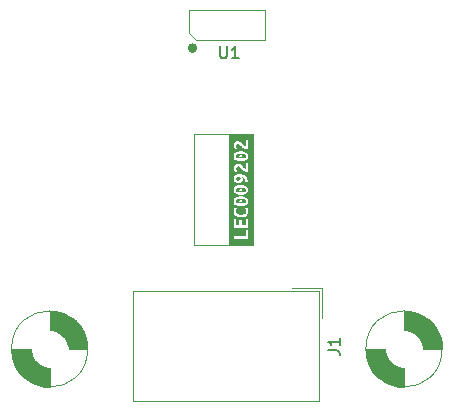
<source format=gto>
G04 #@! TF.GenerationSoftware,KiCad,Pcbnew,6.0.9-8da3e8f707~116~ubuntu20.04.1*
G04 #@! TF.CreationDate,2023-05-05T17:12:55+00:00*
G04 #@! TF.ProjectId,LEC009202,4c454330-3039-4323-9032-2e6b69636164,rev?*
G04 #@! TF.SameCoordinates,Original*
G04 #@! TF.FileFunction,Legend,Top*
G04 #@! TF.FilePolarity,Positive*
%FSLAX46Y46*%
G04 Gerber Fmt 4.6, Leading zero omitted, Abs format (unit mm)*
G04 Created by KiCad (PCBNEW 6.0.9-8da3e8f707~116~ubuntu20.04.1) date 2023-05-05 17:12:55*
%MOMM*%
%LPD*%
G01*
G04 APERTURE LIST*
%ADD10C,0.120000*%
%ADD11C,0.150000*%
%ADD12C,0.010000*%
%ADD13C,0.400000*%
G04 APERTURE END LIST*
D10*
X87000000Y-30800000D02*
X82250000Y-30800000D01*
X87000000Y-40200000D02*
X87250000Y-40200000D01*
X82250000Y-30800000D02*
X82250000Y-40200000D01*
X87250000Y-30800000D02*
X87000000Y-30800000D01*
X87250000Y-40200000D02*
X87250000Y-30800000D01*
X82250000Y-40200000D02*
X87000000Y-40200000D01*
D11*
G04 #@! TO.C,J1*
X93556380Y-49103333D02*
X94270666Y-49103333D01*
X94413523Y-49150952D01*
X94508761Y-49246190D01*
X94556380Y-49389047D01*
X94556380Y-49484285D01*
X94556380Y-48103333D02*
X94556380Y-48674761D01*
X94556380Y-48389047D02*
X93556380Y-48389047D01*
X93699238Y-48484285D01*
X93794476Y-48579523D01*
X93842095Y-48674761D01*
G04 #@! TO.C,U1*
X84438095Y-23372380D02*
X84438095Y-24181904D01*
X84485714Y-24277142D01*
X84533333Y-24324761D01*
X84628571Y-24372380D01*
X84819047Y-24372380D01*
X84914285Y-24324761D01*
X84961904Y-24277142D01*
X85009523Y-24181904D01*
X85009523Y-23372380D01*
X86009523Y-24372380D02*
X85438095Y-24372380D01*
X85723809Y-24372380D02*
X85723809Y-23372380D01*
X85628571Y-23515238D01*
X85533333Y-23610476D01*
X85438095Y-23658095D01*
D10*
G04 #@! TO.C,H1*
X73224903Y-49000000D02*
G75*
G03*
X73224903Y-49000000I-3224903J0D01*
G01*
G36*
X70500000Y-45800000D02*
G01*
X71500000Y-46100000D01*
X72300000Y-46700000D01*
X72800000Y-47400000D01*
X73100000Y-48100000D01*
X73200000Y-48500000D01*
X73200000Y-49000000D01*
X71600000Y-49000000D01*
X71600000Y-48900000D01*
X71500000Y-48500000D01*
X71300000Y-48100000D01*
X70900000Y-47700000D01*
X70500000Y-47500000D01*
X70100000Y-47400000D01*
X70000000Y-47400000D01*
X70000000Y-45775097D01*
X70500000Y-45800000D01*
G37*
D12*
X70500000Y-45800000D02*
X71500000Y-46100000D01*
X72300000Y-46700000D01*
X72800000Y-47400000D01*
X73100000Y-48100000D01*
X73200000Y-48500000D01*
X73200000Y-49000000D01*
X71600000Y-49000000D01*
X71600000Y-48900000D01*
X71500000Y-48500000D01*
X71300000Y-48100000D01*
X70900000Y-47700000D01*
X70500000Y-47500000D01*
X70100000Y-47400000D01*
X70000000Y-47400000D01*
X70000000Y-45775097D01*
X70500000Y-45800000D01*
G36*
X68400000Y-49100000D02*
G01*
X68500000Y-49500000D01*
X68700000Y-49900000D01*
X69100000Y-50300000D01*
X69500000Y-50500000D01*
X69900000Y-50600000D01*
X70000000Y-50600000D01*
X70000000Y-52224903D01*
X69500000Y-52200000D01*
X68500000Y-51900000D01*
X67700000Y-51300000D01*
X67200000Y-50600000D01*
X66900000Y-49900000D01*
X66800000Y-49500000D01*
X66800000Y-49000000D01*
X68400000Y-49000000D01*
X68400000Y-49100000D01*
G37*
X68400000Y-49100000D02*
X68500000Y-49500000D01*
X68700000Y-49900000D01*
X69100000Y-50300000D01*
X69500000Y-50500000D01*
X69900000Y-50600000D01*
X70000000Y-50600000D01*
X70000000Y-52224903D01*
X69500000Y-52200000D01*
X68500000Y-51900000D01*
X67700000Y-51300000D01*
X67200000Y-50600000D01*
X66900000Y-49900000D01*
X66800000Y-49500000D01*
X66800000Y-49000000D01*
X68400000Y-49000000D01*
X68400000Y-49100000D01*
D10*
G04 #@! TO.C,H2*
X103224903Y-49000000D02*
G75*
G03*
X103224903Y-49000000I-3224903J0D01*
G01*
G36*
X98400000Y-49100000D02*
G01*
X98500000Y-49500000D01*
X98700000Y-49900000D01*
X99100000Y-50300000D01*
X99500000Y-50500000D01*
X99900000Y-50600000D01*
X100000000Y-50600000D01*
X100000000Y-52224903D01*
X99500000Y-52200000D01*
X98500000Y-51900000D01*
X97700000Y-51300000D01*
X97200000Y-50600000D01*
X96900000Y-49900000D01*
X96800000Y-49500000D01*
X96800000Y-49000000D01*
X98400000Y-49000000D01*
X98400000Y-49100000D01*
G37*
D12*
X98400000Y-49100000D02*
X98500000Y-49500000D01*
X98700000Y-49900000D01*
X99100000Y-50300000D01*
X99500000Y-50500000D01*
X99900000Y-50600000D01*
X100000000Y-50600000D01*
X100000000Y-52224903D01*
X99500000Y-52200000D01*
X98500000Y-51900000D01*
X97700000Y-51300000D01*
X97200000Y-50600000D01*
X96900000Y-49900000D01*
X96800000Y-49500000D01*
X96800000Y-49000000D01*
X98400000Y-49000000D01*
X98400000Y-49100000D01*
G36*
X100500000Y-45800000D02*
G01*
X101500000Y-46100000D01*
X102300000Y-46700000D01*
X102800000Y-47400000D01*
X103100000Y-48100000D01*
X103200000Y-48500000D01*
X103200000Y-49000000D01*
X101600000Y-49000000D01*
X101600000Y-48900000D01*
X101500000Y-48500000D01*
X101300000Y-48100000D01*
X100900000Y-47700000D01*
X100500000Y-47500000D01*
X100100000Y-47400000D01*
X100000000Y-47400000D01*
X100000000Y-45775097D01*
X100500000Y-45800000D01*
G37*
X100500000Y-45800000D02*
X101500000Y-46100000D01*
X102300000Y-46700000D01*
X102800000Y-47400000D01*
X103100000Y-48100000D01*
X103200000Y-48500000D01*
X103200000Y-49000000D01*
X101600000Y-49000000D01*
X101600000Y-48900000D01*
X101500000Y-48500000D01*
X101300000Y-48100000D01*
X100900000Y-47700000D01*
X100500000Y-47500000D01*
X100100000Y-47400000D01*
X100000000Y-47400000D01*
X100000000Y-45775097D01*
X100500000Y-45800000D01*
D10*
G04 #@! TO.C,J1*
X92850000Y-44095000D02*
X92850000Y-53445000D01*
X93100000Y-43845000D02*
X93100000Y-46385000D01*
X77070000Y-44095000D02*
X92850000Y-44095000D01*
X77070000Y-53445000D02*
X77070000Y-44095000D01*
X92850000Y-53445000D02*
X77070000Y-53445000D01*
X93100000Y-43845000D02*
X90560000Y-43845000D01*
G04 #@! TO.C,U1*
X81800000Y-22220000D02*
X82400000Y-22820000D01*
X81800000Y-22220000D02*
X81800000Y-20320000D01*
X88200000Y-22820000D02*
X82400000Y-22820000D01*
X81800000Y-20320000D02*
X88200000Y-20320000D01*
X88200000Y-20320000D02*
X88200000Y-22820000D01*
D13*
X82300000Y-23520000D02*
G75*
G03*
X82300000Y-23520000I-200000J0D01*
G01*
G04 #@! TO.C,kibuzzard-6239F921*
G36*
X86428177Y-35355749D02*
G01*
X86509563Y-35383795D01*
X86588858Y-35445946D01*
X86615290Y-35531433D01*
X86588858Y-35615729D01*
X86509563Y-35678118D01*
X86428177Y-35706693D01*
X86324989Y-35723838D01*
X86200000Y-35729553D01*
X86076069Y-35723838D01*
X85973517Y-35706693D01*
X85892342Y-35678118D01*
X85813047Y-35615729D01*
X85786615Y-35531433D01*
X85787204Y-35529528D01*
X86053315Y-35529528D01*
X86091415Y-35607633D01*
X86180950Y-35636208D01*
X86269533Y-35607633D01*
X86306680Y-35529528D01*
X86269533Y-35454280D01*
X86180950Y-35424752D01*
X86091415Y-35454280D01*
X86053315Y-35529528D01*
X85787204Y-35529528D01*
X85813047Y-35445946D01*
X85892342Y-35383795D01*
X85973517Y-35355749D01*
X86076069Y-35338922D01*
X86200000Y-35333312D01*
X86324989Y-35338922D01*
X86428177Y-35355749D01*
G37*
G36*
X86428177Y-36308249D02*
G01*
X86509563Y-36336295D01*
X86588858Y-36398446D01*
X86615290Y-36483933D01*
X86588858Y-36568229D01*
X86509563Y-36630618D01*
X86428177Y-36659193D01*
X86324989Y-36676338D01*
X86200000Y-36682053D01*
X86076069Y-36676338D01*
X85973517Y-36659193D01*
X85892342Y-36630618D01*
X85813047Y-36568229D01*
X85786615Y-36483933D01*
X85787204Y-36482028D01*
X86053315Y-36482028D01*
X86091415Y-36560133D01*
X86180950Y-36588708D01*
X86269533Y-36560133D01*
X86306680Y-36482028D01*
X86269533Y-36406780D01*
X86180950Y-36377253D01*
X86091415Y-36406780D01*
X86053315Y-36482028D01*
X85787204Y-36482028D01*
X85813047Y-36398446D01*
X85892342Y-36336295D01*
X85973517Y-36308249D01*
X86076069Y-36291422D01*
X86200000Y-36285813D01*
X86324989Y-36291422D01*
X86428177Y-36308249D01*
G37*
G36*
X86099987Y-34414150D02*
G01*
X86137135Y-34417007D01*
X86158090Y-34481777D01*
X86165710Y-34557977D01*
X86153804Y-34642750D01*
X86118085Y-34698947D01*
X85980925Y-34740857D01*
X85904725Y-34732285D01*
X85841860Y-34705615D01*
X85798997Y-34657990D01*
X85782805Y-34586552D01*
X85807570Y-34503685D01*
X85872340Y-34450345D01*
X85960922Y-34421770D01*
X86057125Y-34413197D01*
X86099987Y-34414150D01*
G37*
G36*
X87214095Y-30783802D02*
G01*
X87214095Y-40216198D01*
X85185905Y-40216198D01*
X85185905Y-39682428D01*
X85613260Y-39682428D01*
X86792455Y-39682428D01*
X86792455Y-38941383D01*
X86598145Y-38941383D01*
X86598145Y-39446208D01*
X85613260Y-39446208D01*
X85613260Y-39682428D01*
X85185905Y-39682428D01*
X85185905Y-38745168D01*
X85613260Y-38745168D01*
X86792455Y-38745168D01*
X86792455Y-37988883D01*
X86598145Y-37988883D01*
X86598145Y-38510853D01*
X86266675Y-38510853D01*
X86266675Y-38093658D01*
X86072365Y-38093658D01*
X86072365Y-38510853D01*
X85807570Y-38510853D01*
X85807570Y-38030793D01*
X85613260Y-38030793D01*
X85613260Y-38745168D01*
X85185905Y-38745168D01*
X85185905Y-37325943D01*
X85586590Y-37325943D01*
X85596829Y-37437623D01*
X85627547Y-37540255D01*
X85678030Y-37631695D01*
X85747562Y-37709800D01*
X85835431Y-37773379D01*
X85940920Y-37821243D01*
X86063316Y-37851246D01*
X86201905Y-37861248D01*
X86341089Y-37853032D01*
X86463366Y-37828386D01*
X86568737Y-37787310D01*
X86657200Y-37729803D01*
X86746100Y-37629049D01*
X86799440Y-37502049D01*
X86817220Y-37348803D01*
X86810791Y-37244742D01*
X86791503Y-37153540D01*
X86735305Y-37019238D01*
X86550520Y-37078293D01*
X86592430Y-37174495D01*
X86613385Y-37325943D01*
X86586477Y-37461912D01*
X86505753Y-37553590D01*
X86423520Y-37592219D01*
X86320333Y-37615397D01*
X86196190Y-37623123D01*
X86089510Y-37616693D01*
X86001880Y-37597405D01*
X85877102Y-37530730D01*
X85810427Y-37437385D01*
X85790425Y-37329753D01*
X85810427Y-37187830D01*
X85859005Y-37082103D01*
X85672315Y-37021143D01*
X85649455Y-37060195D01*
X85620880Y-37124013D01*
X85597067Y-37212595D01*
X85586590Y-37325943D01*
X85185905Y-37325943D01*
X85185905Y-36483933D01*
X85586590Y-36483933D01*
X85603523Y-36604794D01*
X85654323Y-36705759D01*
X85738990Y-36786828D01*
X85824953Y-36833500D01*
X85930442Y-36866838D01*
X86055458Y-36886840D01*
X86200000Y-36893508D01*
X86346209Y-36886959D01*
X86472415Y-36867314D01*
X86578619Y-36834572D01*
X86664820Y-36788733D01*
X86749487Y-36708299D01*
X86800287Y-36606699D01*
X86817220Y-36483933D01*
X86800287Y-36361166D01*
X86749487Y-36259566D01*
X86664820Y-36179133D01*
X86578619Y-36133293D01*
X86472415Y-36100551D01*
X86346209Y-36080906D01*
X86200000Y-36074358D01*
X86054684Y-36080906D01*
X85929252Y-36100551D01*
X85823703Y-36133293D01*
X85738037Y-36179133D01*
X85653900Y-36259566D01*
X85603417Y-36361166D01*
X85586590Y-36483933D01*
X85185905Y-36483933D01*
X85185905Y-35531433D01*
X85586590Y-35531433D01*
X85603523Y-35652294D01*
X85654323Y-35753259D01*
X85738990Y-35834328D01*
X85824953Y-35881000D01*
X85930442Y-35914338D01*
X86055458Y-35934340D01*
X86200000Y-35941008D01*
X86346209Y-35934459D01*
X86472415Y-35914814D01*
X86578619Y-35882072D01*
X86664820Y-35836233D01*
X86749487Y-35755799D01*
X86800287Y-35654199D01*
X86817220Y-35531433D01*
X86800287Y-35408666D01*
X86749487Y-35307066D01*
X86664820Y-35226632D01*
X86578619Y-35180793D01*
X86472415Y-35148051D01*
X86346209Y-35128406D01*
X86200000Y-35121857D01*
X86054684Y-35128406D01*
X85929252Y-35148051D01*
X85823703Y-35180793D01*
X85738037Y-35226632D01*
X85653900Y-35307066D01*
X85603417Y-35408666D01*
X85586590Y-35531433D01*
X85185905Y-35531433D01*
X85185905Y-34592267D01*
X85582780Y-34592267D01*
X85592067Y-34681326D01*
X85619927Y-34758002D01*
X85715177Y-34875160D01*
X85844717Y-34945645D01*
X85984735Y-34969457D01*
X86130467Y-34948502D01*
X86249530Y-34881827D01*
X86330493Y-34763717D01*
X86352638Y-34683707D01*
X86360020Y-34588457D01*
X86327635Y-34455107D01*
X86446459Y-34522259D01*
X86528613Y-34624652D01*
X86576952Y-34752764D01*
X86594335Y-34897067D01*
X86796265Y-34889447D01*
X86784597Y-34736809D01*
X86749593Y-34598935D01*
X86692204Y-34477968D01*
X86613385Y-34376050D01*
X86513134Y-34294373D01*
X86391453Y-34234127D01*
X86249292Y-34196980D01*
X86087605Y-34184597D01*
X85940497Y-34196239D01*
X85816672Y-34231164D01*
X85716130Y-34289372D01*
X85642047Y-34369594D01*
X85597597Y-34470559D01*
X85582780Y-34592267D01*
X85185905Y-34592267D01*
X85185905Y-33645482D01*
X85586590Y-33645482D01*
X85596115Y-33744781D01*
X85624690Y-33844555D01*
X85673267Y-33938614D01*
X85742800Y-34020767D01*
X85906630Y-33904562D01*
X85817095Y-33784547D01*
X85790425Y-33668342D01*
X85829477Y-33557852D01*
X85940920Y-33514037D01*
X86041885Y-33549280D01*
X86144755Y-33638815D01*
X86199286Y-33695012D01*
X86256198Y-33755020D01*
X86316681Y-33815027D01*
X86381928Y-33871225D01*
X86452651Y-33920755D01*
X86529565Y-33960760D01*
X86613385Y-33987192D01*
X86704825Y-33996002D01*
X86744830Y-33996955D01*
X86792455Y-33992192D01*
X86792455Y-33222572D01*
X86598145Y-33222572D01*
X86598145Y-33729302D01*
X86535280Y-33709300D01*
X86467653Y-33660722D01*
X86402883Y-33599762D01*
X86348590Y-33542612D01*
X86253340Y-33445457D01*
X86150470Y-33359732D01*
X86040932Y-33298772D01*
X85923775Y-33275912D01*
X85776137Y-33306392D01*
X85670410Y-33388307D01*
X85607545Y-33506417D01*
X85586590Y-33645482D01*
X85185905Y-33645482D01*
X85185905Y-32673932D01*
X85586590Y-32673932D01*
X85603523Y-32794794D01*
X85654323Y-32895759D01*
X85738990Y-32976827D01*
X85824953Y-33023500D01*
X85930442Y-33056837D01*
X86055458Y-33076840D01*
X86200000Y-33083507D01*
X86346209Y-33076959D01*
X86472415Y-33057314D01*
X86578619Y-33024572D01*
X86664820Y-32978732D01*
X86749487Y-32898299D01*
X86800287Y-32796699D01*
X86817220Y-32673932D01*
X86800287Y-32551166D01*
X86749487Y-32449566D01*
X86664820Y-32369132D01*
X86578619Y-32323293D01*
X86472415Y-32290551D01*
X86346209Y-32270906D01*
X86200000Y-32264357D01*
X86054684Y-32270906D01*
X85929252Y-32290551D01*
X85823703Y-32323293D01*
X85738037Y-32369132D01*
X85653900Y-32449566D01*
X85603417Y-32551166D01*
X85586590Y-32673932D01*
X85185905Y-32673932D01*
X85185905Y-31740482D01*
X85586590Y-31740482D01*
X85596115Y-31839781D01*
X85624690Y-31939555D01*
X85673267Y-32033614D01*
X85742800Y-32115767D01*
X85906630Y-31999562D01*
X85817095Y-31879547D01*
X85790425Y-31763342D01*
X85829477Y-31652852D01*
X85940920Y-31609037D01*
X86041885Y-31644280D01*
X86144755Y-31733815D01*
X86199286Y-31790012D01*
X86256198Y-31850020D01*
X86316681Y-31910027D01*
X86381928Y-31966225D01*
X86452651Y-32015755D01*
X86529565Y-32055760D01*
X86613385Y-32082192D01*
X86704825Y-32091002D01*
X86744830Y-32091955D01*
X86792455Y-32087192D01*
X86792455Y-31317572D01*
X86598145Y-31317572D01*
X86598145Y-31824302D01*
X86535280Y-31804300D01*
X86467653Y-31755722D01*
X86402883Y-31694762D01*
X86348590Y-31637612D01*
X86253340Y-31540457D01*
X86150470Y-31454733D01*
X86040932Y-31393772D01*
X85923775Y-31370912D01*
X85776137Y-31401392D01*
X85670410Y-31483307D01*
X85607545Y-31601417D01*
X85586590Y-31740482D01*
X85185905Y-31740482D01*
X85185905Y-30783802D01*
X87214095Y-30783802D01*
G37*
G36*
X86428177Y-32498249D02*
G01*
X86509563Y-32526295D01*
X86588858Y-32588446D01*
X86615290Y-32673932D01*
X86588858Y-32758229D01*
X86509563Y-32820617D01*
X86428177Y-32849192D01*
X86324989Y-32866337D01*
X86200000Y-32872052D01*
X86076069Y-32866337D01*
X85973517Y-32849192D01*
X85892342Y-32820617D01*
X85813047Y-32758229D01*
X85786615Y-32673932D01*
X85787204Y-32672027D01*
X86053315Y-32672027D01*
X86091415Y-32750132D01*
X86180950Y-32778707D01*
X86269533Y-32750132D01*
X86306680Y-32672027D01*
X86269533Y-32596780D01*
X86180950Y-32567252D01*
X86091415Y-32596780D01*
X86053315Y-32672027D01*
X85787204Y-32672027D01*
X85813047Y-32588446D01*
X85892342Y-32526295D01*
X85973517Y-32498249D01*
X86076069Y-32481422D01*
X86200000Y-32475812D01*
X86324989Y-32481422D01*
X86428177Y-32498249D01*
G37*
G04 #@! TD*
M02*

</source>
